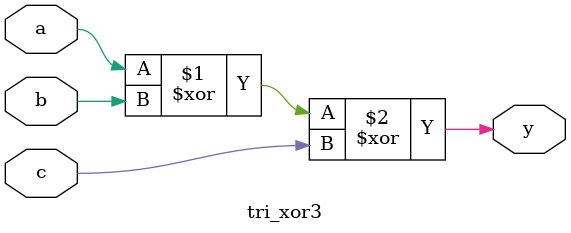
<source format=v>

`timescale 1 ns / 1 ns


`include "tri_a2o.vh"

module tri_xor3(
   y,
   a,
   b,
   c
);
   parameter                      WIDTH = 1;
   parameter                      BTR = "XOR2_X2M_NONE";  //Specify full BTR name, else let tool select
   output [0:WIDTH-1]  y;
   input [0:WIDTH-1]   a;
   input [0:WIDTH-1]   b;
   input [0:WIDTH-1]   c;
   genvar 	       i;

   generate if(1) begin : t
	 for (i = 0; i < WIDTH; i = i + 1)
	   begin : w

	      xor I0(y[i], a[i], b[i], c[i]);

	   end // block: w
      end

   endgenerate
endmodule

</source>
